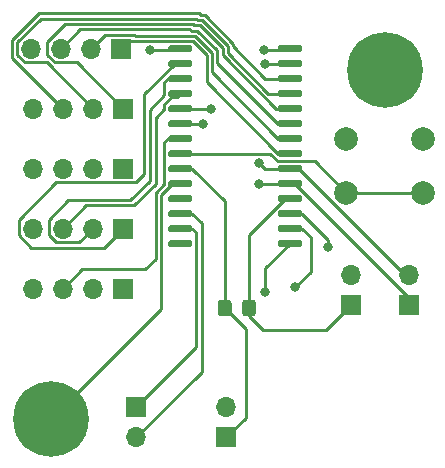
<source format=gbr>
%TF.GenerationSoftware,KiCad,Pcbnew,(5.1.6)-1*%
%TF.CreationDate,2020-09-17T21:49:39+02:00*%
%TF.ProjectId,gpioexpander5,6770696f-6578-4706-916e-646572352e6b,rev?*%
%TF.SameCoordinates,Original*%
%TF.FileFunction,Copper,L1,Top*%
%TF.FilePolarity,Positive*%
%FSLAX46Y46*%
G04 Gerber Fmt 4.6, Leading zero omitted, Abs format (unit mm)*
G04 Created by KiCad (PCBNEW (5.1.6)-1) date 2020-09-17 21:49:39*
%MOMM*%
%LPD*%
G01*
G04 APERTURE LIST*
%TA.AperFunction,ComponentPad*%
%ADD10C,2.000000*%
%TD*%
%TA.AperFunction,ComponentPad*%
%ADD11O,1.700000X1.700000*%
%TD*%
%TA.AperFunction,ComponentPad*%
%ADD12R,1.700000X1.700000*%
%TD*%
%TA.AperFunction,ComponentPad*%
%ADD13C,6.400000*%
%TD*%
%TA.AperFunction,ViaPad*%
%ADD14C,0.800000*%
%TD*%
%TA.AperFunction,Conductor*%
%ADD15C,0.250000*%
%TD*%
G04 APERTURE END LIST*
D10*
%TO.P,SW1,1*%
%TO.N,/Action*%
X136375000Y-63627000D03*
%TO.P,SW1,2*%
%TO.N,GND*%
X136375000Y-59127000D03*
%TO.P,SW1,1*%
%TO.N,/Action*%
X142875000Y-63627000D03*
%TO.P,SW1,2*%
%TO.N,GND*%
X142875000Y-59127000D03*
%TD*%
%TO.P,U1,28*%
%TO.N,/P3_2*%
%TA.AperFunction,SMDPad,CuDef*%
G36*
G01*
X130625000Y-51585000D02*
X130625000Y-51285000D01*
G75*
G02*
X130775000Y-51135000I150000J0D01*
G01*
X132525000Y-51135000D01*
G75*
G02*
X132675000Y-51285000I0J-150000D01*
G01*
X132675000Y-51585000D01*
G75*
G02*
X132525000Y-51735000I-150000J0D01*
G01*
X130775000Y-51735000D01*
G75*
G02*
X130625000Y-51585000I0J150000D01*
G01*
G37*
%TD.AperFunction*%
%TO.P,U1,27*%
%TO.N,/P3_1*%
%TA.AperFunction,SMDPad,CuDef*%
G36*
G01*
X130625000Y-52855000D02*
X130625000Y-52555000D01*
G75*
G02*
X130775000Y-52405000I150000J0D01*
G01*
X132525000Y-52405000D01*
G75*
G02*
X132675000Y-52555000I0J-150000D01*
G01*
X132675000Y-52855000D01*
G75*
G02*
X132525000Y-53005000I-150000J0D01*
G01*
X130775000Y-53005000D01*
G75*
G02*
X130625000Y-52855000I0J150000D01*
G01*
G37*
%TD.AperFunction*%
%TO.P,U1,26*%
%TO.N,/P2_3*%
%TA.AperFunction,SMDPad,CuDef*%
G36*
G01*
X130625000Y-54125000D02*
X130625000Y-53825000D01*
G75*
G02*
X130775000Y-53675000I150000J0D01*
G01*
X132525000Y-53675000D01*
G75*
G02*
X132675000Y-53825000I0J-150000D01*
G01*
X132675000Y-54125000D01*
G75*
G02*
X132525000Y-54275000I-150000J0D01*
G01*
X130775000Y-54275000D01*
G75*
G02*
X130625000Y-54125000I0J150000D01*
G01*
G37*
%TD.AperFunction*%
%TO.P,U1,25*%
%TO.N,/P2_2*%
%TA.AperFunction,SMDPad,CuDef*%
G36*
G01*
X130625000Y-55395000D02*
X130625000Y-55095000D01*
G75*
G02*
X130775000Y-54945000I150000J0D01*
G01*
X132525000Y-54945000D01*
G75*
G02*
X132675000Y-55095000I0J-150000D01*
G01*
X132675000Y-55395000D01*
G75*
G02*
X132525000Y-55545000I-150000J0D01*
G01*
X130775000Y-55545000D01*
G75*
G02*
X130625000Y-55395000I0J150000D01*
G01*
G37*
%TD.AperFunction*%
%TO.P,U1,24*%
%TO.N,/P2_1*%
%TA.AperFunction,SMDPad,CuDef*%
G36*
G01*
X130625000Y-56665000D02*
X130625000Y-56365000D01*
G75*
G02*
X130775000Y-56215000I150000J0D01*
G01*
X132525000Y-56215000D01*
G75*
G02*
X132675000Y-56365000I0J-150000D01*
G01*
X132675000Y-56665000D01*
G75*
G02*
X132525000Y-56815000I-150000J0D01*
G01*
X130775000Y-56815000D01*
G75*
G02*
X130625000Y-56665000I0J150000D01*
G01*
G37*
%TD.AperFunction*%
%TO.P,U1,23*%
%TO.N,/P1_3*%
%TA.AperFunction,SMDPad,CuDef*%
G36*
G01*
X130625000Y-57935000D02*
X130625000Y-57635000D01*
G75*
G02*
X130775000Y-57485000I150000J0D01*
G01*
X132525000Y-57485000D01*
G75*
G02*
X132675000Y-57635000I0J-150000D01*
G01*
X132675000Y-57935000D01*
G75*
G02*
X132525000Y-58085000I-150000J0D01*
G01*
X130775000Y-58085000D01*
G75*
G02*
X130625000Y-57935000I0J150000D01*
G01*
G37*
%TD.AperFunction*%
%TO.P,U1,22*%
%TO.N,/P1_2*%
%TA.AperFunction,SMDPad,CuDef*%
G36*
G01*
X130625000Y-59205000D02*
X130625000Y-58905000D01*
G75*
G02*
X130775000Y-58755000I150000J0D01*
G01*
X132525000Y-58755000D01*
G75*
G02*
X132675000Y-58905000I0J-150000D01*
G01*
X132675000Y-59205000D01*
G75*
G02*
X132525000Y-59355000I-150000J0D01*
G01*
X130775000Y-59355000D01*
G75*
G02*
X130625000Y-59205000I0J150000D01*
G01*
G37*
%TD.AperFunction*%
%TO.P,U1,21*%
%TO.N,/P1_1*%
%TA.AperFunction,SMDPad,CuDef*%
G36*
G01*
X130625000Y-60475000D02*
X130625000Y-60175000D01*
G75*
G02*
X130775000Y-60025000I150000J0D01*
G01*
X132525000Y-60025000D01*
G75*
G02*
X132675000Y-60175000I0J-150000D01*
G01*
X132675000Y-60475000D01*
G75*
G02*
X132525000Y-60625000I-150000J0D01*
G01*
X130775000Y-60625000D01*
G75*
G02*
X130625000Y-60475000I0J150000D01*
G01*
G37*
%TD.AperFunction*%
%TO.P,U1,20*%
%TO.N,/INTA*%
%TA.AperFunction,SMDPad,CuDef*%
G36*
G01*
X130625000Y-61745000D02*
X130625000Y-61445000D01*
G75*
G02*
X130775000Y-61295000I150000J0D01*
G01*
X132525000Y-61295000D01*
G75*
G02*
X132675000Y-61445000I0J-150000D01*
G01*
X132675000Y-61745000D01*
G75*
G02*
X132525000Y-61895000I-150000J0D01*
G01*
X130775000Y-61895000D01*
G75*
G02*
X130625000Y-61745000I0J150000D01*
G01*
G37*
%TD.AperFunction*%
%TO.P,U1,19*%
%TO.N,/INTB*%
%TA.AperFunction,SMDPad,CuDef*%
G36*
G01*
X130625000Y-63015000D02*
X130625000Y-62715000D01*
G75*
G02*
X130775000Y-62565000I150000J0D01*
G01*
X132525000Y-62565000D01*
G75*
G02*
X132675000Y-62715000I0J-150000D01*
G01*
X132675000Y-63015000D01*
G75*
G02*
X132525000Y-63165000I-150000J0D01*
G01*
X130775000Y-63165000D01*
G75*
G02*
X130625000Y-63015000I0J150000D01*
G01*
G37*
%TD.AperFunction*%
%TO.P,U1,18*%
%TO.N,/~RESET*%
%TA.AperFunction,SMDPad,CuDef*%
G36*
G01*
X130625000Y-64285000D02*
X130625000Y-63985000D01*
G75*
G02*
X130775000Y-63835000I150000J0D01*
G01*
X132525000Y-63835000D01*
G75*
G02*
X132675000Y-63985000I0J-150000D01*
G01*
X132675000Y-64285000D01*
G75*
G02*
X132525000Y-64435000I-150000J0D01*
G01*
X130775000Y-64435000D01*
G75*
G02*
X130625000Y-64285000I0J150000D01*
G01*
G37*
%TD.AperFunction*%
%TO.P,U1,17*%
%TO.N,/A2*%
%TA.AperFunction,SMDPad,CuDef*%
G36*
G01*
X130625000Y-65555000D02*
X130625000Y-65255000D01*
G75*
G02*
X130775000Y-65105000I150000J0D01*
G01*
X132525000Y-65105000D01*
G75*
G02*
X132675000Y-65255000I0J-150000D01*
G01*
X132675000Y-65555000D01*
G75*
G02*
X132525000Y-65705000I-150000J0D01*
G01*
X130775000Y-65705000D01*
G75*
G02*
X130625000Y-65555000I0J150000D01*
G01*
G37*
%TD.AperFunction*%
%TO.P,U1,16*%
%TO.N,/A1*%
%TA.AperFunction,SMDPad,CuDef*%
G36*
G01*
X130625000Y-66825000D02*
X130625000Y-66525000D01*
G75*
G02*
X130775000Y-66375000I150000J0D01*
G01*
X132525000Y-66375000D01*
G75*
G02*
X132675000Y-66525000I0J-150000D01*
G01*
X132675000Y-66825000D01*
G75*
G02*
X132525000Y-66975000I-150000J0D01*
G01*
X130775000Y-66975000D01*
G75*
G02*
X130625000Y-66825000I0J150000D01*
G01*
G37*
%TD.AperFunction*%
%TO.P,U1,15*%
%TO.N,/A0*%
%TA.AperFunction,SMDPad,CuDef*%
G36*
G01*
X130625000Y-68095000D02*
X130625000Y-67795000D01*
G75*
G02*
X130775000Y-67645000I150000J0D01*
G01*
X132525000Y-67645000D01*
G75*
G02*
X132675000Y-67795000I0J-150000D01*
G01*
X132675000Y-68095000D01*
G75*
G02*
X132525000Y-68245000I-150000J0D01*
G01*
X130775000Y-68245000D01*
G75*
G02*
X130625000Y-68095000I0J150000D01*
G01*
G37*
%TD.AperFunction*%
%TO.P,U1,14*%
%TO.N,N/C*%
%TA.AperFunction,SMDPad,CuDef*%
G36*
G01*
X121325000Y-68095000D02*
X121325000Y-67795000D01*
G75*
G02*
X121475000Y-67645000I150000J0D01*
G01*
X123225000Y-67645000D01*
G75*
G02*
X123375000Y-67795000I0J-150000D01*
G01*
X123375000Y-68095000D01*
G75*
G02*
X123225000Y-68245000I-150000J0D01*
G01*
X121475000Y-68245000D01*
G75*
G02*
X121325000Y-68095000I0J150000D01*
G01*
G37*
%TD.AperFunction*%
%TO.P,U1,13*%
%TO.N,/SDA*%
%TA.AperFunction,SMDPad,CuDef*%
G36*
G01*
X121325000Y-66825000D02*
X121325000Y-66525000D01*
G75*
G02*
X121475000Y-66375000I150000J0D01*
G01*
X123225000Y-66375000D01*
G75*
G02*
X123375000Y-66525000I0J-150000D01*
G01*
X123375000Y-66825000D01*
G75*
G02*
X123225000Y-66975000I-150000J0D01*
G01*
X121475000Y-66975000D01*
G75*
G02*
X121325000Y-66825000I0J150000D01*
G01*
G37*
%TD.AperFunction*%
%TO.P,U1,12*%
%TO.N,/SCK*%
%TA.AperFunction,SMDPad,CuDef*%
G36*
G01*
X121325000Y-65555000D02*
X121325000Y-65255000D01*
G75*
G02*
X121475000Y-65105000I150000J0D01*
G01*
X123225000Y-65105000D01*
G75*
G02*
X123375000Y-65255000I0J-150000D01*
G01*
X123375000Y-65555000D01*
G75*
G02*
X123225000Y-65705000I-150000J0D01*
G01*
X121475000Y-65705000D01*
G75*
G02*
X121325000Y-65555000I0J150000D01*
G01*
G37*
%TD.AperFunction*%
%TO.P,U1,11*%
%TO.N,N/C*%
%TA.AperFunction,SMDPad,CuDef*%
G36*
G01*
X121325000Y-64285000D02*
X121325000Y-63985000D01*
G75*
G02*
X121475000Y-63835000I150000J0D01*
G01*
X123225000Y-63835000D01*
G75*
G02*
X123375000Y-63985000I0J-150000D01*
G01*
X123375000Y-64285000D01*
G75*
G02*
X123225000Y-64435000I-150000J0D01*
G01*
X121475000Y-64435000D01*
G75*
G02*
X121325000Y-64285000I0J150000D01*
G01*
G37*
%TD.AperFunction*%
%TO.P,U1,10*%
%TO.N,GND*%
%TA.AperFunction,SMDPad,CuDef*%
G36*
G01*
X121325000Y-63015000D02*
X121325000Y-62715000D01*
G75*
G02*
X121475000Y-62565000I150000J0D01*
G01*
X123225000Y-62565000D01*
G75*
G02*
X123375000Y-62715000I0J-150000D01*
G01*
X123375000Y-63015000D01*
G75*
G02*
X123225000Y-63165000I-150000J0D01*
G01*
X121475000Y-63165000D01*
G75*
G02*
X121325000Y-63015000I0J150000D01*
G01*
G37*
%TD.AperFunction*%
%TO.P,U1,9*%
%TO.N,+3V3*%
%TA.AperFunction,SMDPad,CuDef*%
G36*
G01*
X121325000Y-61745000D02*
X121325000Y-61445000D01*
G75*
G02*
X121475000Y-61295000I150000J0D01*
G01*
X123225000Y-61295000D01*
G75*
G02*
X123375000Y-61445000I0J-150000D01*
G01*
X123375000Y-61745000D01*
G75*
G02*
X123225000Y-61895000I-150000J0D01*
G01*
X121475000Y-61895000D01*
G75*
G02*
X121325000Y-61745000I0J150000D01*
G01*
G37*
%TD.AperFunction*%
%TO.P,U1,8*%
%TO.N,/Action*%
%TA.AperFunction,SMDPad,CuDef*%
G36*
G01*
X121325000Y-60475000D02*
X121325000Y-60175000D01*
G75*
G02*
X121475000Y-60025000I150000J0D01*
G01*
X123225000Y-60025000D01*
G75*
G02*
X123375000Y-60175000I0J-150000D01*
G01*
X123375000Y-60475000D01*
G75*
G02*
X123225000Y-60625000I-150000J0D01*
G01*
X121475000Y-60625000D01*
G75*
G02*
X121325000Y-60475000I0J150000D01*
G01*
G37*
%TD.AperFunction*%
%TO.P,U1,7*%
%TO.N,/P5_3*%
%TA.AperFunction,SMDPad,CuDef*%
G36*
G01*
X121325000Y-59205000D02*
X121325000Y-58905000D01*
G75*
G02*
X121475000Y-58755000I150000J0D01*
G01*
X123225000Y-58755000D01*
G75*
G02*
X123375000Y-58905000I0J-150000D01*
G01*
X123375000Y-59205000D01*
G75*
G02*
X123225000Y-59355000I-150000J0D01*
G01*
X121475000Y-59355000D01*
G75*
G02*
X121325000Y-59205000I0J150000D01*
G01*
G37*
%TD.AperFunction*%
%TO.P,U1,6*%
%TO.N,/P5_2*%
%TA.AperFunction,SMDPad,CuDef*%
G36*
G01*
X121325000Y-57935000D02*
X121325000Y-57635000D01*
G75*
G02*
X121475000Y-57485000I150000J0D01*
G01*
X123225000Y-57485000D01*
G75*
G02*
X123375000Y-57635000I0J-150000D01*
G01*
X123375000Y-57935000D01*
G75*
G02*
X123225000Y-58085000I-150000J0D01*
G01*
X121475000Y-58085000D01*
G75*
G02*
X121325000Y-57935000I0J150000D01*
G01*
G37*
%TD.AperFunction*%
%TO.P,U1,5*%
%TO.N,/P5_1*%
%TA.AperFunction,SMDPad,CuDef*%
G36*
G01*
X121325000Y-56665000D02*
X121325000Y-56365000D01*
G75*
G02*
X121475000Y-56215000I150000J0D01*
G01*
X123225000Y-56215000D01*
G75*
G02*
X123375000Y-56365000I0J-150000D01*
G01*
X123375000Y-56665000D01*
G75*
G02*
X123225000Y-56815000I-150000J0D01*
G01*
X121475000Y-56815000D01*
G75*
G02*
X121325000Y-56665000I0J150000D01*
G01*
G37*
%TD.AperFunction*%
%TO.P,U1,4*%
%TO.N,/P4_3*%
%TA.AperFunction,SMDPad,CuDef*%
G36*
G01*
X121325000Y-55395000D02*
X121325000Y-55095000D01*
G75*
G02*
X121475000Y-54945000I150000J0D01*
G01*
X123225000Y-54945000D01*
G75*
G02*
X123375000Y-55095000I0J-150000D01*
G01*
X123375000Y-55395000D01*
G75*
G02*
X123225000Y-55545000I-150000J0D01*
G01*
X121475000Y-55545000D01*
G75*
G02*
X121325000Y-55395000I0J150000D01*
G01*
G37*
%TD.AperFunction*%
%TO.P,U1,3*%
%TO.N,/P4_2*%
%TA.AperFunction,SMDPad,CuDef*%
G36*
G01*
X121325000Y-54125000D02*
X121325000Y-53825000D01*
G75*
G02*
X121475000Y-53675000I150000J0D01*
G01*
X123225000Y-53675000D01*
G75*
G02*
X123375000Y-53825000I0J-150000D01*
G01*
X123375000Y-54125000D01*
G75*
G02*
X123225000Y-54275000I-150000J0D01*
G01*
X121475000Y-54275000D01*
G75*
G02*
X121325000Y-54125000I0J150000D01*
G01*
G37*
%TD.AperFunction*%
%TO.P,U1,2*%
%TO.N,/P4_1*%
%TA.AperFunction,SMDPad,CuDef*%
G36*
G01*
X121325000Y-52855000D02*
X121325000Y-52555000D01*
G75*
G02*
X121475000Y-52405000I150000J0D01*
G01*
X123225000Y-52405000D01*
G75*
G02*
X123375000Y-52555000I0J-150000D01*
G01*
X123375000Y-52855000D01*
G75*
G02*
X123225000Y-53005000I-150000J0D01*
G01*
X121475000Y-53005000D01*
G75*
G02*
X121325000Y-52855000I0J150000D01*
G01*
G37*
%TD.AperFunction*%
%TO.P,U1,1*%
%TO.N,/P3_3*%
%TA.AperFunction,SMDPad,CuDef*%
G36*
G01*
X121325000Y-51585000D02*
X121325000Y-51285000D01*
G75*
G02*
X121475000Y-51135000I150000J0D01*
G01*
X123225000Y-51135000D01*
G75*
G02*
X123375000Y-51285000I0J-150000D01*
G01*
X123375000Y-51585000D01*
G75*
G02*
X123225000Y-51735000I-150000J0D01*
G01*
X121475000Y-51735000D01*
G75*
G02*
X121325000Y-51585000I0J150000D01*
G01*
G37*
%TD.AperFunction*%
%TD*%
%TO.P,R10,2*%
%TO.N,+3V3*%
%TA.AperFunction,SMDPad,CuDef*%
G36*
G01*
X126686000Y-72955999D02*
X126686000Y-73856001D01*
G75*
G02*
X126436001Y-74106000I-249999J0D01*
G01*
X125785999Y-74106000D01*
G75*
G02*
X125536000Y-73856001I0J249999D01*
G01*
X125536000Y-72955999D01*
G75*
G02*
X125785999Y-72706000I249999J0D01*
G01*
X126436001Y-72706000D01*
G75*
G02*
X126686000Y-72955999I0J-249999D01*
G01*
G37*
%TD.AperFunction*%
%TO.P,R10,1*%
%TO.N,/~RESET*%
%TA.AperFunction,SMDPad,CuDef*%
G36*
G01*
X128736000Y-72955999D02*
X128736000Y-73856001D01*
G75*
G02*
X128486001Y-74106000I-249999J0D01*
G01*
X127835999Y-74106000D01*
G75*
G02*
X127586000Y-73856001I0J249999D01*
G01*
X127586000Y-72955999D01*
G75*
G02*
X127835999Y-72706000I249999J0D01*
G01*
X128486001Y-72706000D01*
G75*
G02*
X128736000Y-72955999I0J-249999D01*
G01*
G37*
%TD.AperFunction*%
%TD*%
D11*
%TO.P,J9,2*%
%TO.N,GND*%
X136779000Y-70612000D03*
D12*
%TO.P,J9,1*%
%TO.N,/~RESET*%
X136779000Y-73152000D03*
%TD*%
D13*
%TO.P,H2,1*%
%TO.N,GND*%
X111379000Y-82804000D03*
%TD*%
%TO.P,H1,1*%
%TO.N,GND*%
X139700000Y-53213000D03*
%TD*%
D11*
%TO.P,J8,2*%
%TO.N,/INTA*%
X141732000Y-70612000D03*
D12*
%TO.P,J8,1*%
%TO.N,/INTB*%
X141732000Y-73152000D03*
%TD*%
D11*
%TO.P,J7,4*%
%TO.N,GND*%
X109855000Y-71755000D03*
%TO.P,J7,3*%
%TO.N,/P5_3*%
X112395000Y-71755000D03*
%TO.P,J7,2*%
%TO.N,/P5_2*%
X114935000Y-71755000D03*
D12*
%TO.P,J7,1*%
%TO.N,/P5_1*%
X117475000Y-71755000D03*
%TD*%
D11*
%TO.P,J6,4*%
%TO.N,GND*%
X109855000Y-66675000D03*
%TO.P,J6,3*%
%TO.N,/P4_3*%
X112395000Y-66675000D03*
%TO.P,J6,2*%
%TO.N,/P4_2*%
X114935000Y-66675000D03*
D12*
%TO.P,J6,1*%
%TO.N,/P4_1*%
X117475000Y-66675000D03*
%TD*%
D11*
%TO.P,J5,4*%
%TO.N,GND*%
X109855000Y-61595000D03*
%TO.P,J5,3*%
%TO.N,/P3_3*%
X112395000Y-61595000D03*
%TO.P,J5,2*%
%TO.N,/P3_2*%
X114935000Y-61595000D03*
D12*
%TO.P,J5,1*%
%TO.N,/P3_1*%
X117475000Y-61595000D03*
%TD*%
D11*
%TO.P,J4,4*%
%TO.N,GND*%
X109855000Y-56515000D03*
%TO.P,J4,3*%
%TO.N,/P2_3*%
X112395000Y-56515000D03*
%TO.P,J4,2*%
%TO.N,/P2_2*%
X114935000Y-56515000D03*
D12*
%TO.P,J4,1*%
%TO.N,/P2_1*%
X117475000Y-56515000D03*
%TD*%
D11*
%TO.P,J3,4*%
%TO.N,GND*%
X109728000Y-51435000D03*
%TO.P,J3,3*%
%TO.N,/P1_3*%
X112268000Y-51435000D03*
%TO.P,J3,2*%
%TO.N,/P1_2*%
X114808000Y-51435000D03*
D12*
%TO.P,J3,1*%
%TO.N,/P1_1*%
X117348000Y-51435000D03*
%TD*%
D11*
%TO.P,J2,2*%
%TO.N,/SCK*%
X118618000Y-84328000D03*
D12*
%TO.P,J2,1*%
%TO.N,/SDA*%
X118618000Y-81788000D03*
%TD*%
D11*
%TO.P,J1,2*%
%TO.N,GND*%
X126238000Y-81788000D03*
D12*
%TO.P,J1,1*%
%TO.N,+3V3*%
X126238000Y-84328000D03*
%TD*%
D14*
%TO.N,/A0*%
X129540000Y-72009000D03*
%TO.N,/A1*%
X132080000Y-71628000D03*
%TO.N,/A2*%
X134873994Y-68199000D03*
%TO.N,/P3_3*%
X119761000Y-51562000D03*
%TO.N,/P3_2*%
X129413000Y-51562000D03*
%TO.N,/P3_1*%
X129540000Y-52705000D03*
%TO.N,/P5_2*%
X124243000Y-57785000D03*
%TO.N,/P5_1*%
X124968000Y-56515000D03*
%TO.N,/INTA*%
X129032000Y-61087000D03*
%TO.N,/INTB*%
X129032000Y-62865000D03*
%TD*%
D15*
%TO.N,GND*%
X120719011Y-63814811D02*
X120719010Y-73463990D01*
X120719010Y-73463990D02*
X111379000Y-82804000D01*
X122350000Y-62865000D02*
X121668822Y-62865000D01*
X121668822Y-62865000D02*
X120719011Y-63814811D01*
%TO.N,+3V3*%
X126111000Y-64331000D02*
X126111000Y-73406000D01*
X123375000Y-61595000D02*
X126111000Y-64331000D01*
X122350000Y-61595000D02*
X123375000Y-61595000D01*
X127889000Y-75184000D02*
X126111000Y-73406000D01*
X126238000Y-84328000D02*
X127889000Y-82677000D01*
X127889000Y-82677000D02*
X127889000Y-75184000D01*
%TO.N,/Action*%
X136375000Y-63627000D02*
X142875000Y-63627000D01*
X133717990Y-60969990D02*
X136375000Y-63627000D01*
X130598222Y-60969990D02*
X133717990Y-60969990D01*
X129953232Y-60325000D02*
X130598222Y-60969990D01*
X122350000Y-60325000D02*
X129953232Y-60325000D01*
%TO.N,/A0*%
X131650000Y-67945000D02*
X129540000Y-70055000D01*
X129540000Y-70055000D02*
X129540000Y-72009000D01*
%TO.N,/A1*%
X133369003Y-67369003D02*
X133369003Y-70338997D01*
X131650000Y-66675000D02*
X132675000Y-66675000D01*
X133369003Y-70338997D02*
X132080000Y-71628000D01*
X132675000Y-66675000D02*
X133369003Y-67369003D01*
%TO.N,/A2*%
X131650000Y-65405000D02*
X132675000Y-65405000D01*
X132675000Y-65405000D02*
X134873994Y-67603994D01*
X134873994Y-67603994D02*
X134873994Y-68199000D01*
%TO.N,/SCK*%
X124150019Y-78795981D02*
X118618000Y-84328000D01*
X123375000Y-65405000D02*
X124150019Y-66180019D01*
X124150019Y-66180019D02*
X124150019Y-78795981D01*
X122350000Y-65405000D02*
X123375000Y-65405000D01*
%TO.N,/SDA*%
X123700010Y-76705990D02*
X118618000Y-81788000D01*
X123700010Y-67000010D02*
X123700010Y-76705990D01*
X123375000Y-66675000D02*
X123700010Y-67000010D01*
X122350000Y-66675000D02*
X123375000Y-66675000D01*
%TO.N,/P1_3*%
X123242074Y-49909970D02*
X123794560Y-49909972D01*
X123794560Y-49909972D02*
X125470905Y-51586317D01*
X125470905Y-51586317D02*
X125470905Y-52630905D01*
X123142102Y-49809998D02*
X123242074Y-49909970D01*
X113893002Y-49809998D02*
X123142102Y-49809998D01*
X112268000Y-51435000D02*
X113893002Y-49809998D01*
X125470905Y-52630905D02*
X130625000Y-57785000D01*
X130625000Y-57785000D02*
X131650000Y-57785000D01*
%TO.N,/P1_2*%
X114808000Y-51435000D02*
X115983001Y-50259999D01*
X118557982Y-50359980D02*
X123608159Y-50359981D01*
X130625000Y-59055000D02*
X131650000Y-59055000D01*
X125020894Y-53450895D02*
X130625000Y-59055000D01*
X125020893Y-51772715D02*
X125020894Y-53450895D01*
X123608159Y-50359981D02*
X125020893Y-51772715D01*
X118458001Y-50259999D02*
X118557982Y-50359980D01*
X115983001Y-50259999D02*
X118458001Y-50259999D01*
%TO.N,/P1_1*%
X130625000Y-60325000D02*
X131650000Y-60325000D01*
X123421758Y-50809990D02*
X124570884Y-51959116D01*
X117348000Y-51435000D02*
X117973010Y-50809990D01*
X124570884Y-51959116D02*
X124570884Y-54270884D01*
X117973010Y-50809990D02*
X123421758Y-50809990D01*
X124570884Y-54270884D02*
X130625000Y-60325000D01*
%TO.N,/P2_3*%
X129540000Y-53975000D02*
X131650000Y-53975000D01*
X126820938Y-51255937D02*
X129540000Y-53975000D01*
X126820936Y-51255933D02*
X126820938Y-51255937D01*
X126820936Y-51027116D02*
X126820936Y-51255933D01*
X124417951Y-48624133D02*
X126820936Y-51027116D01*
X108102989Y-52222989D02*
X108102988Y-50684599D01*
X112395000Y-56515000D02*
X108102989Y-52222989D01*
X108102988Y-50684599D02*
X110399325Y-48388262D01*
X110399325Y-48388262D02*
X123953262Y-48388262D01*
X123953262Y-48388262D02*
X124124943Y-48559943D01*
X124124943Y-48559943D02*
X124353764Y-48559945D01*
X124353764Y-48559945D02*
X124417951Y-48624133D01*
%TO.N,/P2_2*%
X123811539Y-49009951D02*
X124167362Y-49009954D01*
X110514026Y-48909972D02*
X123711560Y-48909972D01*
X129792592Y-55245000D02*
X131650000Y-55245000D01*
X126370927Y-51213519D02*
X126370927Y-51823333D01*
X123711560Y-48909972D02*
X123811539Y-49009951D01*
X114935000Y-56515000D02*
X111030001Y-52610001D01*
X108552999Y-50870999D02*
X110514026Y-48909972D01*
X109163999Y-52610001D02*
X108552999Y-51999001D01*
X108552999Y-51999001D02*
X108552999Y-50870999D01*
X111030001Y-52610001D02*
X109163999Y-52610001D01*
X124167362Y-49009954D02*
X126370927Y-51213519D01*
X126370927Y-51823333D02*
X129792592Y-55245000D01*
%TO.N,/P2_1*%
X111703999Y-52610001D02*
X111092999Y-51999001D01*
X117475000Y-56515000D02*
X113570001Y-52610001D01*
X113570001Y-52610001D02*
X111703999Y-52610001D01*
X111092999Y-50870999D02*
X112604011Y-49359987D01*
X112604011Y-49359987D02*
X123398194Y-49359987D01*
X123398194Y-49359987D02*
X123498167Y-49459960D01*
X123980961Y-49459963D02*
X125920916Y-51399918D01*
X125920916Y-51399918D02*
X125920916Y-52009733D01*
X111092999Y-51999001D02*
X111092999Y-50870999D01*
X123498167Y-49459960D02*
X123980961Y-49459963D01*
X125920916Y-52009733D02*
X130426181Y-56515000D01*
X130426181Y-56515000D02*
X131650000Y-56515000D01*
%TO.N,/P3_3*%
X122223000Y-51562000D02*
X122350000Y-51435000D01*
X119761000Y-51562000D02*
X122223000Y-51562000D01*
%TO.N,/P3_2*%
X131523000Y-51562000D02*
X131650000Y-51435000D01*
X129413000Y-51562000D02*
X131523000Y-51562000D01*
%TO.N,/P3_1*%
X131650000Y-52705000D02*
X129540000Y-52705000D01*
%TO.N,/P4_3*%
X120999990Y-56595010D02*
X120999990Y-56168242D01*
X120999990Y-56168242D02*
X121623232Y-55545000D01*
X121623232Y-55545000D02*
X122050000Y-55545000D01*
X114357989Y-64712011D02*
X118423400Y-64712011D01*
X112395000Y-66675000D02*
X114357989Y-64712011D01*
X120269000Y-62866411D02*
X120269000Y-57326000D01*
X118423400Y-64712011D02*
X120269000Y-62866411D01*
X120269000Y-57326000D02*
X120999990Y-56595010D01*
X122050000Y-55545000D02*
X122350000Y-55245000D01*
%TO.N,/P4_2*%
X121325000Y-53975000D02*
X122350000Y-53975000D01*
X111219999Y-65921001D02*
X112879000Y-64262000D01*
X114935000Y-66675000D02*
X113759999Y-67850001D01*
X118110000Y-64262000D02*
X119761000Y-62611000D01*
X111219999Y-67239001D02*
X111219999Y-65921001D01*
X119761000Y-62611000D02*
X119761000Y-56610990D01*
X113759999Y-67850001D02*
X111830999Y-67850001D01*
X111830999Y-67850001D02*
X111219999Y-67239001D01*
X112879000Y-64262000D02*
X118110000Y-64262000D01*
X120999990Y-55372000D02*
X120999990Y-54300010D01*
X119761000Y-56610990D02*
X120999990Y-55372000D01*
X120999990Y-54300010D02*
X121325000Y-53975000D01*
%TO.N,/P4_1*%
X121923232Y-52705000D02*
X122350000Y-52705000D01*
X119310990Y-62044012D02*
X119310990Y-55317242D01*
X119310990Y-55317242D02*
X121923232Y-52705000D01*
X118585001Y-62770001D02*
X119310990Y-62044012D01*
X111854999Y-62770001D02*
X118585001Y-62770001D01*
X108679999Y-67239001D02*
X108679999Y-65945001D01*
X108679999Y-65945001D02*
X111854999Y-62770001D01*
X109741009Y-68300011D02*
X108679999Y-67239001D01*
X115849989Y-68300011D02*
X109741009Y-68300011D01*
X117475000Y-66675000D02*
X115849989Y-68300011D01*
%TO.N,/P5_3*%
X120999990Y-59380010D02*
X121325000Y-59055000D01*
X112395000Y-71755000D02*
X114046000Y-70104000D01*
X120269000Y-63628411D02*
X120999990Y-62897421D01*
X119380000Y-70104000D02*
X120269000Y-69215000D01*
X121325000Y-59055000D02*
X122350000Y-59055000D01*
X120269000Y-69215000D02*
X120269000Y-63628411D01*
X120999990Y-62897421D02*
X120999990Y-59380010D01*
X114046000Y-70104000D02*
X119380000Y-70104000D01*
%TO.N,/P5_2*%
X124243000Y-57785000D02*
X122350000Y-57785000D01*
%TO.N,/P5_1*%
X124968000Y-56515000D02*
X122350000Y-56515000D01*
%TO.N,/INTA*%
X132381998Y-61595000D02*
X131650000Y-61595000D01*
X141398998Y-70612000D02*
X132381998Y-61595000D01*
X141732000Y-70612000D02*
X141398998Y-70612000D01*
X131650000Y-61595000D02*
X129540000Y-61595000D01*
X129540000Y-61595000D02*
X129032000Y-61087000D01*
%TO.N,/INTB*%
X141732000Y-72520232D02*
X141732000Y-73152000D01*
X132076768Y-62865000D02*
X141732000Y-72520232D01*
X131650000Y-62865000D02*
X132076768Y-62865000D01*
X129032000Y-62865000D02*
X131650000Y-62865000D01*
%TO.N,/~RESET*%
X134656999Y-75274001D02*
X129329001Y-75274001D01*
X129329001Y-75274001D02*
X128161000Y-74106000D01*
X128161000Y-74106000D02*
X128161000Y-73406000D01*
X136779000Y-73152000D02*
X134656999Y-75274001D01*
X131223232Y-64135000D02*
X131650000Y-64135000D01*
X128161000Y-67197232D02*
X131223232Y-64135000D01*
X128161000Y-73406000D02*
X128161000Y-67197232D01*
%TD*%
M02*

</source>
